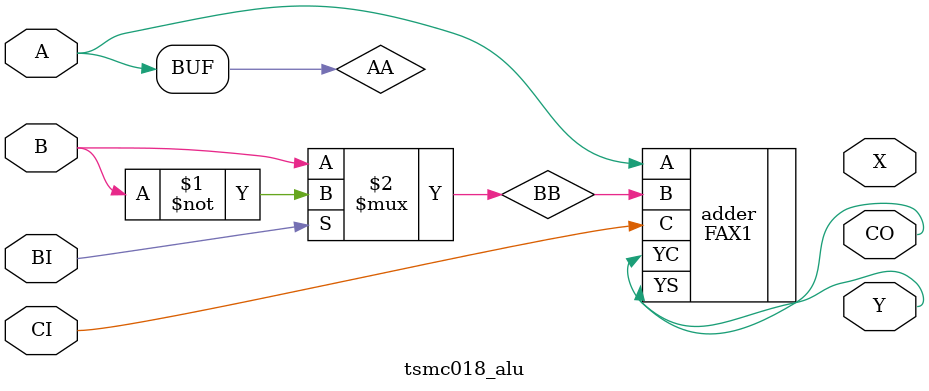
<source format=v>
(* techmap_celltype = "$alu" *)
module tsmc018_alu (A, B, CI, BI, X, Y, CO);
parameter A_SIGNED = 0;
parameter B_SIGNED = 0;
parameter A_WIDTH = 1;
parameter B_WIDTH = 1;
parameter Y_WIDTH = 1;

input [A_WIDTH-1:0] A;      // Input operand
input [B_WIDTH-1:0] B;      // Input operand
output [Y_WIDTH-1:0] X;     // A xor B (sign-extended, optional B inversion,
                            //          used in combination with
                            //          reduction-AND for $eq/$ne ops)
output [Y_WIDTH-1:0] Y;     // Sum

input CI;                   // Carry-in (set for $sub)
input BI;                   // Invert-B (set for $sub)
output [Y_WIDTH-1:0] CO;    // Carry-out

wire [Y_WIDTH-1:0] AA, BB;

    generate
        if (A_SIGNED && B_SIGNED) begin:BLOCK1
            assign AA = $signed(A), BB = BI ? ~$signed(B) : $signed(B);
        end else begin:BLOCK2
            assign AA = $unsigned(A), BB = BI ? ~$unsigned(B) : $unsigned(B);
        end
    endgenerate

    genvar i;
    generate
        FAX1 adder (
            .A(AA[0]), 
            .B(BB[0]), 
            .C(CI), 
            .YC(CO[0]), 
            .YS(Y[0]));

        for (i = 1; i < Y_WIDTH; i = i+1) begin:BLOCK2
            FAX1 adder(
                .A(AA[i]), 
                .B(BB[i]), 
                .C(CO[i-1]), 
                .YC(CO[i]), 
                .YS(Y[i]));
        end
    endgenerate

endmodule
</source>
